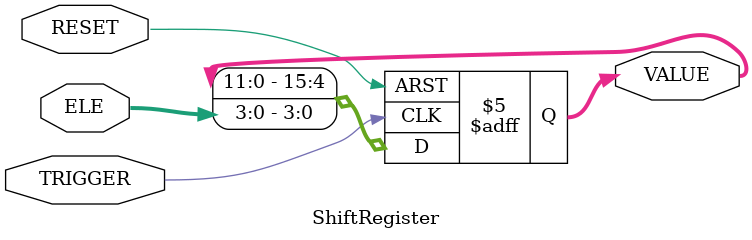
<source format=sv>
/**
cse3341, digital logic 2, lab 2
George Boone
1002055713
*/

module ShiftRegister #(
		parameter SIZE = 4,		//size of each element
		parameter NUM 	= 4		//number of elements
	)(
		input 								RESET,		//clears registers
		input									TRIGGER,		//shift trigger
		input logic [SIZE-1:0]			ELE,			//new element to shift in
		output reg	[NUM*SIZE-1:0] 	VALUE			//current value
	);

	always_ff @ (posedge TRIGGER, negedge RESET)
		if(RESET == 1'b0)
			VALUE = 0;
		else if(TRIGGER == 1'b1) begin
			VALUE = VALUE << SIZE;
			VALUE[0+:SIZE] = ELE;
		end

endmodule

</source>
